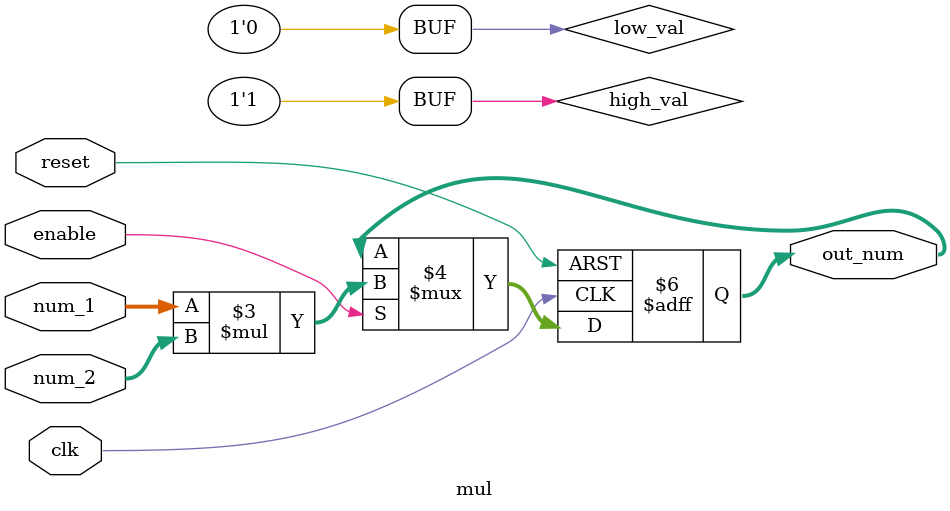
<source format=v>
`timescale 1ns / 1ps


module mul #(parameter num_width = 8)
				(	input clk, reset, enable,
					input [num_width-1 :0]num_1, num_2,
					output reg [2*num_width - 1 :0] out_num
				);
				
// Multiply
parameter word_length = 2*num_width;
assign high_val = 1'b1;
assign low_val = 1'b0;


always@(posedge clk, negedge reset)
    begin
        if (!reset)
            out_num <={word_length{low_val}};
        else if (enable)
            out_num <= num_1 * num_2;
        end            
				
endmodule

</source>
